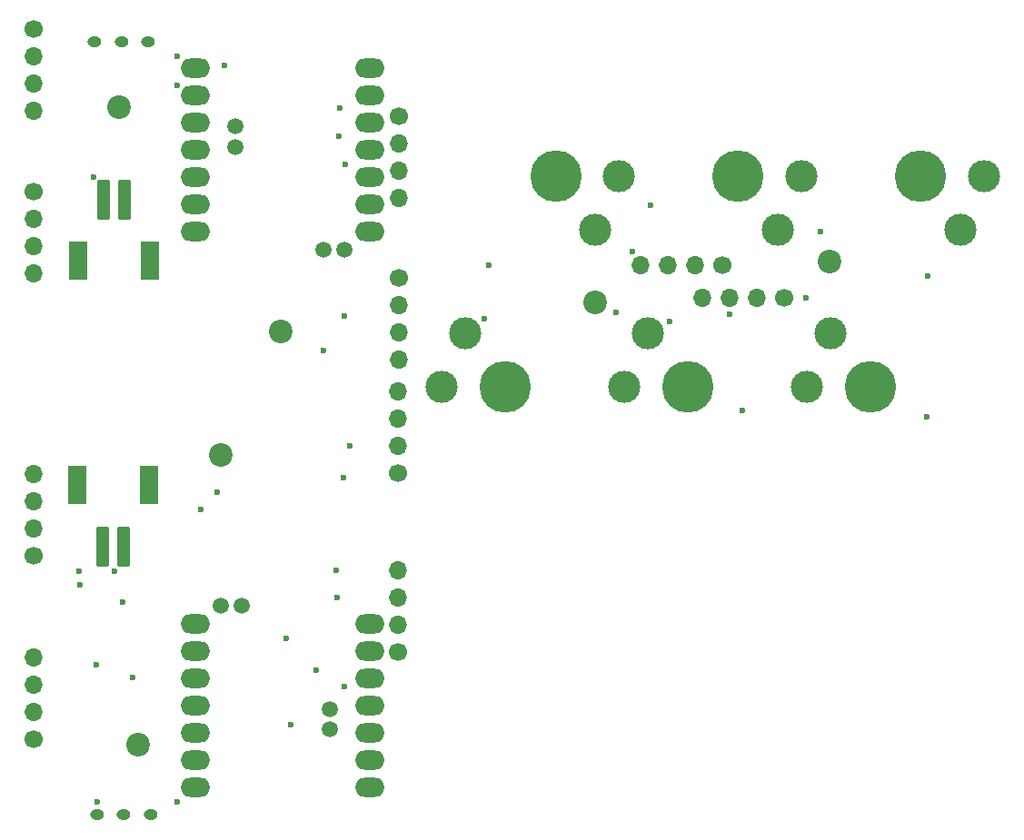
<source format=gbr>
G04 #@! TF.GenerationSoftware,KiCad,Pcbnew,9.0.0*
G04 #@! TF.CreationDate,2025-04-19T14:36:31+09:00*
G04 #@! TF.ProjectId,nofy_V2_E,6e6f6679-5f56-4325-9f45-2e6b69636164,rev?*
G04 #@! TF.SameCoordinates,Original*
G04 #@! TF.FileFunction,Soldermask,Top*
G04 #@! TF.FilePolarity,Negative*
%FSLAX46Y46*%
G04 Gerber Fmt 4.6, Leading zero omitted, Abs format (unit mm)*
G04 Created by KiCad (PCBNEW 9.0.0) date 2025-04-19 14:36:31*
%MOMM*%
%LPD*%
G01*
G04 APERTURE LIST*
G04 Aperture macros list*
%AMRoundRect*
0 Rectangle with rounded corners*
0 $1 Rounding radius*
0 $2 $3 $4 $5 $6 $7 $8 $9 X,Y pos of 4 corners*
0 Add a 4 corners polygon primitive as box body*
4,1,4,$2,$3,$4,$5,$6,$7,$8,$9,$2,$3,0*
0 Add four circle primitives for the rounded corners*
1,1,$1+$1,$2,$3*
1,1,$1+$1,$4,$5*
1,1,$1+$1,$6,$7*
1,1,$1+$1,$8,$9*
0 Add four rect primitives between the rounded corners*
20,1,$1+$1,$2,$3,$4,$5,0*
20,1,$1+$1,$4,$5,$6,$7,0*
20,1,$1+$1,$6,$7,$8,$9,0*
20,1,$1+$1,$8,$9,$2,$3,0*%
G04 Aperture macros list end*
%ADD10O,2.750000X1.800000*%
%ADD11C,1.500000*%
%ADD12C,3.000000*%
%ADD13C,4.800000*%
%ADD14RoundRect,0.102000X0.500000X1.750000X-0.500000X1.750000X-0.500000X-1.750000X0.500000X-1.750000X0*%
%ADD15RoundRect,0.102000X0.750000X1.700000X-0.750000X1.700000X-0.750000X-1.700000X0.750000X-1.700000X0*%
%ADD16C,1.700000*%
%ADD17O,1.700000X1.700000*%
%ADD18C,2.200000*%
%ADD19O,1.300000X1.000000*%
%ADD20RoundRect,0.102000X-0.500000X-1.750000X0.500000X-1.750000X0.500000X1.750000X-0.500000X1.750000X0*%
%ADD21RoundRect,0.102000X-0.750000X-1.700000X0.750000X-1.700000X0.750000X1.700000X-0.750000X1.700000X0*%
%ADD22C,0.600000*%
G04 APERTURE END LIST*
D10*
X34979100Y-23434100D03*
X34979100Y-25974100D03*
X34979100Y-28514100D03*
X34979100Y-31054100D03*
X34979100Y-33594100D03*
X34979100Y-36134100D03*
X34979100Y-38674100D03*
X51219100Y-38674100D03*
X51219100Y-36134100D03*
X51219100Y-33594100D03*
X51219100Y-31054100D03*
X51219100Y-28514100D03*
X51219100Y-25974100D03*
X51219100Y-23434100D03*
D11*
X46934500Y-40366100D03*
X48814100Y-40366100D03*
X38654100Y-30737100D03*
X38654100Y-28832100D03*
D12*
X72245500Y-38453000D03*
D13*
X68545500Y-33453000D03*
D12*
X74445500Y-33453000D03*
X89245500Y-38453000D03*
D13*
X85545500Y-33453000D03*
D12*
X91445500Y-33453000D03*
D14*
X28391900Y-35635100D03*
X26391900Y-35635100D03*
D15*
X24041900Y-41385100D03*
X30741900Y-41385100D03*
D16*
X53899100Y-42934100D03*
D17*
X53899100Y-45474100D03*
X53899100Y-48014100D03*
X53899100Y-50554100D03*
D18*
X42945500Y-47953000D03*
D12*
X77145500Y-48153000D03*
D13*
X80845500Y-53153000D03*
D12*
X74945500Y-53153000D03*
D16*
X89865500Y-44853000D03*
D17*
X87325500Y-44853000D03*
X84785500Y-44853000D03*
X82245500Y-44853000D03*
D18*
X27845500Y-27053000D03*
D16*
X19899100Y-34879100D03*
D17*
X19899100Y-37419100D03*
X19899100Y-39959100D03*
X19899100Y-42499100D03*
D18*
X37295500Y-59453000D03*
D12*
X60145500Y-48153000D03*
D13*
X63845500Y-53153000D03*
D12*
X57945500Y-53153000D03*
D19*
X30780500Y-92998000D03*
X28280500Y-92998000D03*
X25780500Y-92998000D03*
D16*
X19880500Y-85948000D03*
D17*
X19880500Y-83408000D03*
X19880500Y-80868000D03*
X19880500Y-78328000D03*
D16*
X53880500Y-77848000D03*
D17*
X53880500Y-75308000D03*
X53880500Y-72768000D03*
X53880500Y-70228000D03*
D16*
X53899100Y-27874100D03*
D17*
X53899100Y-30414100D03*
X53899100Y-32954100D03*
X53899100Y-35494100D03*
D16*
X53880500Y-61148000D03*
D17*
X53880500Y-58608000D03*
X53880500Y-56068000D03*
X53880500Y-53528000D03*
D18*
X94045500Y-41395800D03*
X72245500Y-45203000D03*
D12*
X94145500Y-48153000D03*
D13*
X97845500Y-53153000D03*
D12*
X91945500Y-53153000D03*
D19*
X25599100Y-20924100D03*
X28099100Y-20924100D03*
X30599100Y-20924100D03*
D18*
X29645500Y-86453000D03*
D16*
X19880500Y-68888000D03*
D17*
X19880500Y-66348000D03*
X19880500Y-63808000D03*
X19880500Y-61268000D03*
D10*
X51200500Y-90468000D03*
X51200500Y-87928000D03*
X51200500Y-85388000D03*
X51200500Y-82848000D03*
X51200500Y-80308000D03*
X51200500Y-77768000D03*
X51200500Y-75228000D03*
X34960500Y-75228000D03*
X34960500Y-77768000D03*
X34960500Y-80308000D03*
X34960500Y-82848000D03*
X34960500Y-85388000D03*
X34960500Y-87928000D03*
X34960500Y-90468000D03*
D11*
X39245100Y-73536000D03*
X37365500Y-73536000D03*
X47525500Y-83165000D03*
X47525500Y-85070000D03*
D16*
X19899100Y-19734100D03*
D17*
X19899100Y-22274100D03*
X19899100Y-24814100D03*
X19899100Y-27354100D03*
D20*
X26295500Y-68028000D03*
X28295500Y-68028000D03*
D21*
X30645500Y-62278000D03*
X23945500Y-62278000D03*
D16*
X84045500Y-41753000D03*
D17*
X81505500Y-41753000D03*
X78965500Y-41753000D03*
X76425500Y-41753000D03*
D12*
X106245500Y-38453000D03*
D13*
X102545500Y-33453000D03*
D12*
X108445500Y-33453000D03*
D22*
X24095500Y-70268700D03*
X25733900Y-79056300D03*
X27395500Y-70268700D03*
X33233800Y-91805600D03*
X25780500Y-91805600D03*
X25500800Y-33545000D03*
X37695500Y-23103000D03*
X48379000Y-29779900D03*
X75723100Y-40503000D03*
X103216600Y-42811200D03*
X74128700Y-46207500D03*
X85928800Y-55353000D03*
X103116700Y-55886700D03*
X93195500Y-38653000D03*
X62295500Y-41753000D03*
X77408200Y-36166000D03*
X61900000Y-46807500D03*
X84785500Y-46331000D03*
X91863500Y-44853000D03*
X79197200Y-46984400D03*
X33302400Y-22270000D03*
X33302400Y-25020800D03*
X48814100Y-46500000D03*
X48395500Y-27153000D03*
X48938000Y-32392400D03*
X46934500Y-49746600D03*
X48811368Y-81034897D03*
X46209400Y-79566900D03*
X48095500Y-70228000D03*
X48192500Y-72774400D03*
X43421300Y-76532800D03*
X43845500Y-84603000D03*
X48751800Y-61593400D03*
X36974100Y-62974300D03*
X49356000Y-58589100D03*
X24245500Y-71553000D03*
X35460500Y-64555100D03*
X29108300Y-80241800D03*
X28145500Y-73203000D03*
M02*

</source>
